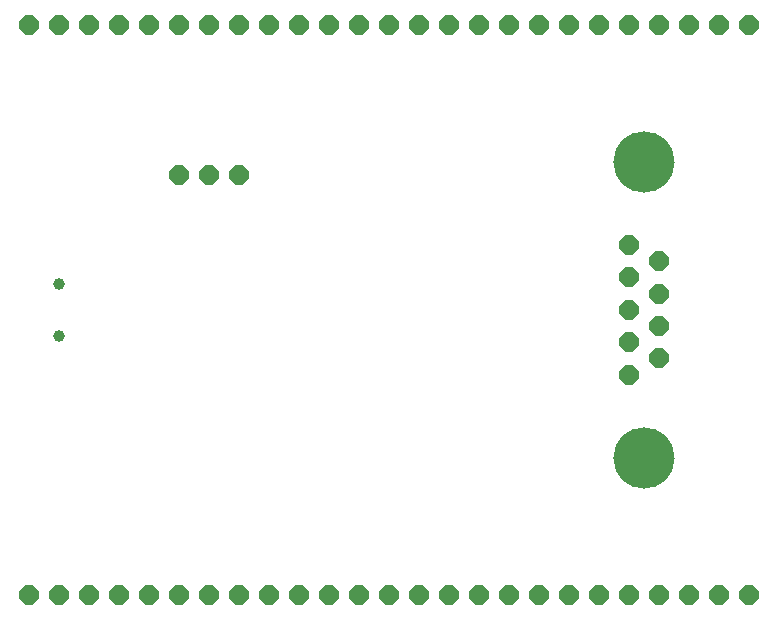
<source format=gbs>
G75*
G70*
%OFA0B0*%
%FSLAX24Y24*%
%IPPOS*%
%LPD*%
%AMOC8*
5,1,8,0,0,1.08239X$1,22.5*
%
%ADD10OC8,0.0640*%
%ADD11C,0.0394*%
%ADD12C,0.2040*%
D10*
X001454Y001157D03*
X002454Y001157D03*
X003454Y001157D03*
X004454Y001157D03*
X005454Y001157D03*
X006454Y001157D03*
X007454Y001157D03*
X008454Y001157D03*
X009454Y001157D03*
X010454Y001157D03*
X011454Y001157D03*
X012454Y001157D03*
X013454Y001157D03*
X014454Y001157D03*
X015454Y001157D03*
X016454Y001157D03*
X017454Y001157D03*
X018454Y001157D03*
X019454Y001157D03*
X020454Y001157D03*
X021454Y001157D03*
X022454Y001157D03*
X023454Y001157D03*
X024454Y001157D03*
X025454Y001157D03*
X021454Y008497D03*
X022454Y009037D03*
X021454Y009577D03*
X022454Y010117D03*
X021454Y010657D03*
X022454Y011197D03*
X021454Y011737D03*
X022454Y012277D03*
X021454Y012817D03*
X021454Y020157D03*
X020454Y020157D03*
X019454Y020157D03*
X018454Y020157D03*
X017454Y020157D03*
X016454Y020157D03*
X015454Y020157D03*
X014454Y020157D03*
X013454Y020157D03*
X012454Y020157D03*
X011454Y020157D03*
X010454Y020157D03*
X009454Y020157D03*
X008454Y020157D03*
X007454Y020157D03*
X006454Y020157D03*
X005454Y020157D03*
X004454Y020157D03*
X003454Y020157D03*
X002454Y020157D03*
X001454Y020157D03*
X006454Y015157D03*
X007454Y015157D03*
X008454Y015157D03*
X022454Y020157D03*
X023454Y020157D03*
X024454Y020157D03*
X025454Y020157D03*
D11*
X002454Y011523D03*
X002454Y009791D03*
D12*
X021954Y005727D03*
X021954Y015587D03*
M02*

</source>
